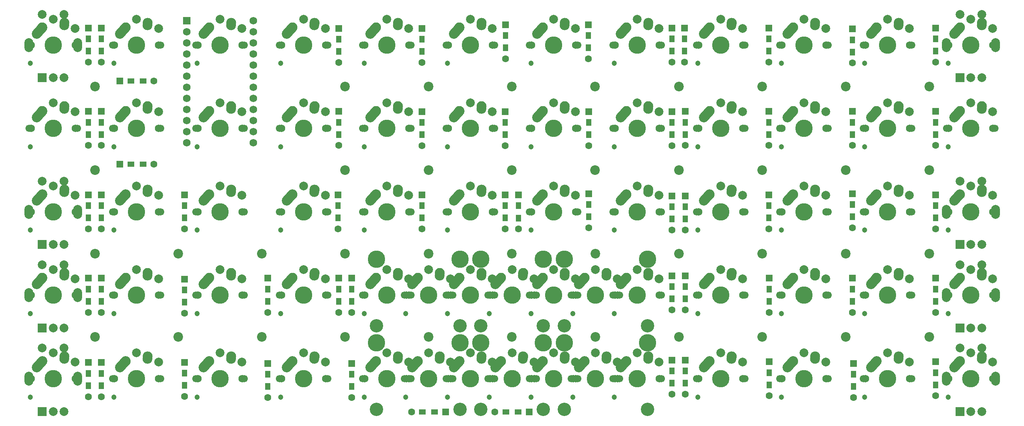
<source format=gbs>
G04 #@! TF.GenerationSoftware,KiCad,Pcbnew,7.0.2-0*
G04 #@! TF.CreationDate,2024-01-31T20:29:27+01:00*
G04 #@! TF.ProjectId,CYOA_Ortho,43594f41-5f4f-4727-9468-6f2e6b696361,rev?*
G04 #@! TF.SameCoordinates,Original*
G04 #@! TF.FileFunction,Soldermask,Bot*
G04 #@! TF.FilePolarity,Negative*
%FSLAX46Y46*%
G04 Gerber Fmt 4.6, Leading zero omitted, Abs format (unit mm)*
G04 Created by KiCad (PCBNEW 7.0.2-0) date 2024-01-31 20:29:27*
%MOMM*%
%LPD*%
G01*
G04 APERTURE LIST*
G04 Aperture macros list*
%AMHorizOval*
0 Thick line with rounded ends*
0 $1 width*
0 $2 $3 position (X,Y) of the first rounded end (center of the circle)*
0 $4 $5 position (X,Y) of the second rounded end (center of the circle)*
0 Add line between two ends*
20,1,$1,$2,$3,$4,$5,0*
0 Add two circle primitives to create the rounded ends*
1,1,$1,$2,$3*
1,1,$1,$4,$5*%
G04 Aperture macros list end*
%ADD10R,1.752600X1.752600*%
%ADD11C,1.752600*%
%ADD12R,1.200000X1.600000*%
%ADD13R,1.600000X1.600000*%
%ADD14C,1.600000*%
%ADD15C,1.700000*%
%ADD16C,1.200000*%
%ADD17C,1.750000*%
%ADD18C,3.987800*%
%ADD19HorizOval,2.250000X0.019771X0.290016X-0.019771X-0.290016X0*%
%ADD20C,2.250000*%
%ADD21C,2.000000*%
%ADD22HorizOval,2.250000X0.654995X0.730004X-0.654995X-0.730004X0*%
%ADD23O,2.000000X3.200000*%
%ADD24R,2.000000X2.000000*%
%ADD25C,2.200000*%
%ADD26R,1.600000X1.200000*%
%ADD27C,3.048000*%
G04 APERTURE END LIST*
D10*
X75942500Y-39830000D03*
D11*
X75942500Y-42370000D03*
X75942500Y-44910000D03*
X75942500Y-47450000D03*
X75942500Y-49990000D03*
X75942500Y-52530000D03*
X75942500Y-55070000D03*
X75942500Y-57610000D03*
X75942500Y-60150000D03*
X75942500Y-62690000D03*
X75942500Y-65230000D03*
X75942500Y-67770000D03*
X91182500Y-67770000D03*
X91182500Y-65230000D03*
X91182500Y-62690000D03*
X91182500Y-60150000D03*
X91182500Y-57610000D03*
X91182500Y-55070000D03*
X91182500Y-52530000D03*
X91182500Y-49990000D03*
X91182500Y-47450000D03*
X91182500Y-44910000D03*
X91182500Y-42370000D03*
X91182500Y-39830000D03*
D12*
X75438000Y-120520000D03*
D13*
X75438000Y-118020000D03*
D14*
X75438000Y-125820000D03*
D12*
X75438000Y-123320000D03*
D15*
X116262500Y-102662500D03*
D16*
X116542500Y-106862500D03*
D17*
X116682500Y-102662500D03*
D18*
X121762500Y-102662500D03*
D17*
X126842500Y-102662500D03*
D15*
X127262500Y-102662500D03*
D19*
X124282271Y-97872484D03*
D20*
X124302500Y-97582500D03*
D21*
X126762500Y-98862500D03*
D22*
X118607495Y-99392496D03*
D20*
X119262500Y-98662500D03*
D21*
X121762500Y-96762500D03*
D23*
X249862500Y-83562500D03*
X261062500Y-83562500D03*
D24*
X252962500Y-91062500D03*
D21*
X257962500Y-91062500D03*
X255462500Y-91062500D03*
X257962500Y-76562500D03*
X252962500Y-76562500D03*
D12*
X75438000Y-101470000D03*
D13*
X75438000Y-98970000D03*
D14*
X75438000Y-106770000D03*
D12*
X75438000Y-104270000D03*
D15*
X249962500Y-64462500D03*
D16*
X250242500Y-68662500D03*
D17*
X250382500Y-64462500D03*
D18*
X255462500Y-64462500D03*
D17*
X260542500Y-64462500D03*
D15*
X260962500Y-64462500D03*
D19*
X257982271Y-59672484D03*
D20*
X258002500Y-59382500D03*
D21*
X260462500Y-60662500D03*
D22*
X252307495Y-61192496D03*
D20*
X252962500Y-60462500D03*
D21*
X255462500Y-58562500D03*
D15*
X58962500Y-121762500D03*
D16*
X59242500Y-125962500D03*
D17*
X59382500Y-121762500D03*
D18*
X64462500Y-121762500D03*
D17*
X69542500Y-121762500D03*
D15*
X69962500Y-121762500D03*
D19*
X66982271Y-116972484D03*
D20*
X67002500Y-116682500D03*
D21*
X69462500Y-117962500D03*
D22*
X61307495Y-118492496D03*
D20*
X61962500Y-117762500D03*
D21*
X64462500Y-115862500D03*
D12*
X56400000Y-43962500D03*
D13*
X56400000Y-41462500D03*
D14*
X56400000Y-49262500D03*
D12*
X56400000Y-46762500D03*
D15*
X135362500Y-45362500D03*
D16*
X135642500Y-49562500D03*
D17*
X135782500Y-45362500D03*
D18*
X140862500Y-45362500D03*
D17*
X145942500Y-45362500D03*
D15*
X146362500Y-45362500D03*
D19*
X143382271Y-40572484D03*
D20*
X143402500Y-40282500D03*
D21*
X145862500Y-41562500D03*
D22*
X137707495Y-42092496D03*
D20*
X138362500Y-41362500D03*
D21*
X140862500Y-39462500D03*
D25*
X207712500Y-74012500D03*
D15*
X78062500Y-102662500D03*
D16*
X78342500Y-106862500D03*
D17*
X78482500Y-102662500D03*
D18*
X83562500Y-102662500D03*
D17*
X88642500Y-102662500D03*
D15*
X89062500Y-102662500D03*
D19*
X86082271Y-97872484D03*
D20*
X86102500Y-97582500D03*
D21*
X88562500Y-98862500D03*
D22*
X80407495Y-99392496D03*
D20*
X81062500Y-98662500D03*
D21*
X83562500Y-96762500D03*
D25*
X226800000Y-112212500D03*
X74025000Y-93112500D03*
D12*
X187000000Y-120012000D03*
D13*
X187000000Y-117512000D03*
D14*
X187000000Y-125312000D03*
D12*
X187000000Y-122812000D03*
D26*
X132700000Y-129400000D03*
D13*
X135200000Y-129400000D03*
D14*
X127400000Y-129400000D03*
D26*
X129900000Y-129400000D03*
D12*
X228300000Y-81912000D03*
D13*
X228300000Y-79412000D03*
D14*
X228300000Y-87212000D03*
D12*
X228300000Y-84712000D03*
D23*
X249862500Y-121762500D03*
X261062500Y-121762500D03*
D24*
X252962500Y-129262500D03*
D21*
X257962500Y-129262500D03*
X255462500Y-129262500D03*
X257962500Y-114762500D03*
X252962500Y-114762500D03*
D25*
X207712500Y-93112500D03*
D12*
X247400000Y-63062500D03*
D13*
X247400000Y-60562500D03*
D14*
X247400000Y-68362500D03*
D12*
X247400000Y-65862500D03*
D25*
X54912500Y-112212500D03*
D15*
X249962500Y-121762500D03*
D16*
X250242500Y-125962500D03*
D17*
X250382500Y-121762500D03*
D18*
X255462500Y-121762500D03*
D17*
X260542500Y-121762500D03*
D15*
X260962500Y-121762500D03*
D19*
X257982271Y-116972484D03*
D20*
X258002500Y-116682500D03*
D21*
X260462500Y-117962500D03*
D22*
X252307495Y-118492496D03*
D20*
X252962500Y-117762500D03*
D21*
X255462500Y-115862500D03*
D15*
X116262500Y-64462500D03*
D16*
X116542500Y-68662500D03*
D17*
X116682500Y-64462500D03*
D18*
X121762500Y-64462500D03*
D17*
X126842500Y-64462500D03*
D15*
X127262500Y-64462500D03*
D19*
X124282271Y-59672484D03*
D20*
X124302500Y-59382500D03*
D21*
X126762500Y-60662500D03*
D22*
X118607495Y-61192496D03*
D20*
X119262500Y-60462500D03*
D21*
X121762500Y-58562500D03*
D15*
X192662500Y-102662500D03*
D16*
X192942500Y-106862500D03*
D17*
X193082500Y-102662500D03*
D18*
X198162500Y-102662500D03*
D17*
X203242500Y-102662500D03*
D15*
X203662500Y-102662500D03*
D19*
X200682271Y-97872484D03*
D20*
X200702500Y-97582500D03*
D21*
X203162500Y-98862500D03*
D22*
X195007495Y-99392496D03*
D20*
X195662500Y-98662500D03*
D21*
X198162500Y-96762500D03*
D18*
X119374500Y-113507500D03*
D27*
X119374500Y-128747500D03*
D15*
X125812500Y-121762500D03*
D16*
X126092500Y-125962500D03*
D17*
X126232500Y-121762500D03*
D18*
X131312500Y-121762500D03*
D17*
X136392500Y-121762500D03*
D15*
X136812500Y-121762500D03*
D18*
X143250500Y-113507500D03*
D27*
X143250500Y-128747500D03*
D22*
X128157495Y-118492496D03*
D20*
X128812500Y-117762500D03*
D21*
X131312500Y-115862500D03*
D19*
X133832271Y-116972484D03*
D20*
X133852500Y-116682500D03*
D21*
X136312500Y-117962500D03*
D15*
X173562500Y-102662500D03*
D16*
X173842500Y-106862500D03*
D17*
X173982500Y-102662500D03*
D18*
X179062500Y-102662500D03*
D17*
X184142500Y-102662500D03*
D15*
X184562500Y-102662500D03*
D19*
X181582271Y-97872484D03*
D20*
X181602500Y-97582500D03*
D21*
X184062500Y-98862500D03*
D22*
X175907495Y-99392496D03*
D20*
X176562500Y-98662500D03*
D21*
X179062500Y-96762500D03*
D12*
X148844000Y-82166000D03*
D13*
X148844000Y-79666000D03*
D14*
X148844000Y-87466000D03*
D12*
X148844000Y-84966000D03*
X247400000Y-120362500D03*
D13*
X247400000Y-117862500D03*
D14*
X247400000Y-125662500D03*
D12*
X247400000Y-123162500D03*
X190100000Y-100708000D03*
D13*
X190100000Y-98208000D03*
D14*
X190100000Y-106008000D03*
D12*
X190100000Y-103508000D03*
X53400000Y-120568750D03*
D13*
X53400000Y-118068750D03*
D14*
X53400000Y-125868750D03*
D12*
X53400000Y-123368750D03*
D15*
X230862500Y-64462500D03*
D16*
X231142500Y-68662500D03*
D17*
X231282500Y-64462500D03*
D18*
X236362500Y-64462500D03*
D17*
X241442500Y-64462500D03*
D15*
X241862500Y-64462500D03*
D19*
X238882271Y-59672484D03*
D20*
X238902500Y-59382500D03*
D21*
X241362500Y-60662500D03*
D22*
X233207495Y-61192496D03*
D20*
X233862500Y-60462500D03*
D21*
X236362500Y-58562500D03*
D12*
X53400000Y-82162500D03*
D13*
X53400000Y-79662500D03*
D14*
X53400000Y-87462500D03*
D12*
X53400000Y-84962500D03*
X53400000Y-43962500D03*
D13*
X53400000Y-41462500D03*
D14*
X53400000Y-49262500D03*
D12*
X53400000Y-46762500D03*
X129794000Y-82166000D03*
D13*
X129794000Y-79666000D03*
D14*
X129794000Y-87466000D03*
D12*
X129794000Y-84966000D03*
D25*
X112200000Y-74012500D03*
X169512500Y-112212500D03*
X112200000Y-54912500D03*
D15*
X97162500Y-83562500D03*
D16*
X97442500Y-87762500D03*
D17*
X97582500Y-83562500D03*
D18*
X102662500Y-83562500D03*
D17*
X107742500Y-83562500D03*
D15*
X108162500Y-83562500D03*
D19*
X105182271Y-78772484D03*
D20*
X105202500Y-78482500D03*
D21*
X107662500Y-79762500D03*
D22*
X99507495Y-80292496D03*
D20*
X100162500Y-79562500D03*
D21*
X102662500Y-77662500D03*
D15*
X230862500Y-45362500D03*
D16*
X231142500Y-49562500D03*
D17*
X231282500Y-45362500D03*
D18*
X236362500Y-45362500D03*
D17*
X241442500Y-45362500D03*
D15*
X241862500Y-45362500D03*
D19*
X238882271Y-40572484D03*
D20*
X238902500Y-40282500D03*
D21*
X241362500Y-41562500D03*
D22*
X233207495Y-42092496D03*
D20*
X233862500Y-41362500D03*
D21*
X236362500Y-39462500D03*
D15*
X154462500Y-121762500D03*
D16*
X154742500Y-125962500D03*
D17*
X154882500Y-121762500D03*
D18*
X159962500Y-121762500D03*
D17*
X165042500Y-121762500D03*
D15*
X165462500Y-121762500D03*
D19*
X162482271Y-116972484D03*
D20*
X162502500Y-116682500D03*
D21*
X164962500Y-117962500D03*
D22*
X156807495Y-118492496D03*
D20*
X157462500Y-117762500D03*
D21*
X159962500Y-115862500D03*
D15*
X39862500Y-64462500D03*
D16*
X40142500Y-68662500D03*
D17*
X40282500Y-64462500D03*
D18*
X45362500Y-64462500D03*
D17*
X50442500Y-64462500D03*
D15*
X50862500Y-64462500D03*
D19*
X47882271Y-59672484D03*
D20*
X47902500Y-59382500D03*
D21*
X50362500Y-60662500D03*
D22*
X42207495Y-61192496D03*
D20*
X42862500Y-60462500D03*
D21*
X45362500Y-58562500D03*
D25*
X169418000Y-74012500D03*
D15*
X154462500Y-102662500D03*
D16*
X154742500Y-106862500D03*
D17*
X154882500Y-102662500D03*
D18*
X159962500Y-102662500D03*
D17*
X165042500Y-102662500D03*
D15*
X165462500Y-102662500D03*
D19*
X162482271Y-97872484D03*
D20*
X162502500Y-97582500D03*
D21*
X164962500Y-98862500D03*
D22*
X156807495Y-99392496D03*
D20*
X157462500Y-98662500D03*
D21*
X159962500Y-96762500D03*
D15*
X211762500Y-64462500D03*
D16*
X212042500Y-68662500D03*
D17*
X212182500Y-64462500D03*
D18*
X217262500Y-64462500D03*
D17*
X222342500Y-64462500D03*
D15*
X222762500Y-64462500D03*
D19*
X219782271Y-59672484D03*
D20*
X219802500Y-59382500D03*
D21*
X222262500Y-60662500D03*
D22*
X214107495Y-61192496D03*
D20*
X214762500Y-60462500D03*
D21*
X217262500Y-58562500D03*
D12*
X110700000Y-101262500D03*
D13*
X110700000Y-98762500D03*
D14*
X110700000Y-106562500D03*
D12*
X110700000Y-104062500D03*
D26*
X151800000Y-129400000D03*
D13*
X154300000Y-129400000D03*
D14*
X146500000Y-129400000D03*
D26*
X149000000Y-129400000D03*
D15*
X78062500Y-64462500D03*
D16*
X78342500Y-68662500D03*
D17*
X78482500Y-64462500D03*
D18*
X83562500Y-64462500D03*
D17*
X88642500Y-64462500D03*
D15*
X89062500Y-64462500D03*
D19*
X86082271Y-59672484D03*
D20*
X86102500Y-59382500D03*
D21*
X88562500Y-60662500D03*
D22*
X80407495Y-61192496D03*
D20*
X81062500Y-60462500D03*
D21*
X83562500Y-58562500D03*
D15*
X211762500Y-45362500D03*
D16*
X212042500Y-49562500D03*
D17*
X212182500Y-45362500D03*
D18*
X217262500Y-45362500D03*
D17*
X222342500Y-45362500D03*
D15*
X222762500Y-45362500D03*
D19*
X219782271Y-40572484D03*
D20*
X219802500Y-40282500D03*
D21*
X222262500Y-41562500D03*
D22*
X214107495Y-42092496D03*
D20*
X214762500Y-41362500D03*
D21*
X217262500Y-39462500D03*
D12*
X56400000Y-63062500D03*
D13*
X56400000Y-60562500D03*
D14*
X56400000Y-68362500D03*
D12*
X56400000Y-65862500D03*
D25*
X226800000Y-74012500D03*
D12*
X53400000Y-101262500D03*
D13*
X53400000Y-98762500D03*
D14*
X53400000Y-106562500D03*
D12*
X53400000Y-104062500D03*
D25*
X245912500Y-93112500D03*
D12*
X247400000Y-101262500D03*
D13*
X247400000Y-98762500D03*
D14*
X247400000Y-106562500D03*
D12*
X247400000Y-104062500D03*
D25*
X54912500Y-74012500D03*
D12*
X209200000Y-43962500D03*
D13*
X209200000Y-41462500D03*
D14*
X209200000Y-49262500D03*
D12*
X209200000Y-46762500D03*
D15*
X39862500Y-121762500D03*
D16*
X40142500Y-125962500D03*
D17*
X40282500Y-121762500D03*
D18*
X45362500Y-121762500D03*
D17*
X50442500Y-121762500D03*
D15*
X50862500Y-121762500D03*
D19*
X47882271Y-116972484D03*
D20*
X47902500Y-116682500D03*
D21*
X50362500Y-117962500D03*
D22*
X42207495Y-118492496D03*
D20*
X42862500Y-117762500D03*
D21*
X45362500Y-115862500D03*
D15*
X97162500Y-45362500D03*
D16*
X97442500Y-49562500D03*
D17*
X97582500Y-45362500D03*
D18*
X102662500Y-45362500D03*
D17*
X107742500Y-45362500D03*
D15*
X108162500Y-45362500D03*
D19*
X105182271Y-40572484D03*
D20*
X105202500Y-40282500D03*
D21*
X107662500Y-41562500D03*
D22*
X99507495Y-42092496D03*
D20*
X100162500Y-41362500D03*
D21*
X102662500Y-39462500D03*
D15*
X173562500Y-64462500D03*
D16*
X173842500Y-68662500D03*
D17*
X173982500Y-64462500D03*
D18*
X179062500Y-64462500D03*
D17*
X184142500Y-64462500D03*
D15*
X184562500Y-64462500D03*
D19*
X181582271Y-59672484D03*
D20*
X181602500Y-59382500D03*
D21*
X184062500Y-60662500D03*
D22*
X175907495Y-61192496D03*
D20*
X176562500Y-60462500D03*
D21*
X179062500Y-58562500D03*
D25*
X150400000Y-112212500D03*
D15*
X116262500Y-45362500D03*
D16*
X116542500Y-49562500D03*
D17*
X116682500Y-45362500D03*
D18*
X121762500Y-45362500D03*
D17*
X126842500Y-45362500D03*
D15*
X127262500Y-45362500D03*
D19*
X124282271Y-40572484D03*
D20*
X124302500Y-40282500D03*
D21*
X126762500Y-41562500D03*
D22*
X118607495Y-42092496D03*
D20*
X119262500Y-41362500D03*
D21*
X121762500Y-39462500D03*
D25*
X93112500Y-112212500D03*
D15*
X135362500Y-64462500D03*
D16*
X135642500Y-68662500D03*
D17*
X135782500Y-64462500D03*
D18*
X140862500Y-64462500D03*
D17*
X145942500Y-64462500D03*
D15*
X146362500Y-64462500D03*
D19*
X143382271Y-59672484D03*
D20*
X143402500Y-59382500D03*
D21*
X145862500Y-60662500D03*
D22*
X137707495Y-61192496D03*
D20*
X138362500Y-60462500D03*
D21*
X140862500Y-58562500D03*
D25*
X131312500Y-74012500D03*
D12*
X167900000Y-43200000D03*
D13*
X167900000Y-40700000D03*
D14*
X167900000Y-48500000D03*
D12*
X167900000Y-46000000D03*
D15*
X39862500Y-102662500D03*
D16*
X40142500Y-106862500D03*
D17*
X40282500Y-102662500D03*
D18*
X45362500Y-102662500D03*
D17*
X50442500Y-102662500D03*
D15*
X50862500Y-102662500D03*
D19*
X47882271Y-97872484D03*
D20*
X47902500Y-97582500D03*
D21*
X50362500Y-98862500D03*
D22*
X42207495Y-99392496D03*
D20*
X42862500Y-98662500D03*
D21*
X45362500Y-96762500D03*
D25*
X169512500Y-93112500D03*
D15*
X116262500Y-83562500D03*
D16*
X116542500Y-87762500D03*
D17*
X116682500Y-83562500D03*
D18*
X121762500Y-83562500D03*
D17*
X126842500Y-83562500D03*
D15*
X127262500Y-83562500D03*
D19*
X124282271Y-78772484D03*
D20*
X124302500Y-78482500D03*
D21*
X126762500Y-79762500D03*
D22*
X118607495Y-80292496D03*
D20*
X119262500Y-79562500D03*
D21*
X121762500Y-77662500D03*
D12*
X228300000Y-63062500D03*
D13*
X228300000Y-60562500D03*
D14*
X228300000Y-68362500D03*
D12*
X228300000Y-65862500D03*
D15*
X192662500Y-45362500D03*
D16*
X192942500Y-49562500D03*
D17*
X193082500Y-45362500D03*
D18*
X198162500Y-45362500D03*
D17*
X203242500Y-45362500D03*
D15*
X203662500Y-45362500D03*
D19*
X200682271Y-40572484D03*
D20*
X200702500Y-40282500D03*
D21*
X203162500Y-41562500D03*
D22*
X195007495Y-42092496D03*
D20*
X195662500Y-41362500D03*
D21*
X198162500Y-39462500D03*
D25*
X245912500Y-54912500D03*
D15*
X58962500Y-83562500D03*
D16*
X59242500Y-87762500D03*
D17*
X59382500Y-83562500D03*
D18*
X64462500Y-83562500D03*
D17*
X69542500Y-83562500D03*
D15*
X69962500Y-83562500D03*
D19*
X66982271Y-78772484D03*
D20*
X67002500Y-78482500D03*
D21*
X69462500Y-79762500D03*
D22*
X61307495Y-80292496D03*
D20*
X61962500Y-79562500D03*
D21*
X64462500Y-77662500D03*
D25*
X169418000Y-54912500D03*
X131312500Y-112212500D03*
D12*
X168000000Y-63116000D03*
D13*
X168000000Y-60616000D03*
D14*
X168000000Y-68416000D03*
D12*
X168000000Y-65916000D03*
X209318250Y-101262500D03*
D13*
X209318250Y-98762500D03*
D14*
X209318250Y-106562500D03*
D12*
X209318250Y-104062500D03*
D25*
X150400000Y-74012500D03*
D12*
X190100000Y-120012000D03*
D13*
X190100000Y-117512000D03*
D14*
X190100000Y-125312000D03*
D12*
X190100000Y-122812000D03*
D25*
X112200000Y-93112500D03*
D26*
X63116000Y-53594000D03*
D13*
X60616000Y-53594000D03*
D14*
X68416000Y-53594000D03*
D26*
X65916000Y-53594000D03*
D25*
X207712500Y-54912500D03*
D12*
X110600000Y-82162500D03*
D13*
X110600000Y-79662500D03*
D14*
X110600000Y-87462500D03*
D12*
X110600000Y-84962500D03*
D25*
X245912500Y-112212500D03*
D12*
X56400000Y-82162500D03*
D13*
X56400000Y-79662500D03*
D14*
X56400000Y-87462500D03*
D12*
X56400000Y-84962500D03*
D18*
X157574500Y-113507500D03*
D27*
X157574500Y-128747500D03*
D15*
X164012500Y-121762500D03*
D16*
X164292500Y-125962500D03*
D17*
X164432500Y-121762500D03*
D18*
X169512500Y-121762500D03*
D17*
X174592500Y-121762500D03*
D15*
X175012500Y-121762500D03*
D18*
X181450500Y-113507500D03*
D27*
X181450500Y-128747500D03*
D22*
X166357495Y-118492496D03*
D20*
X167012500Y-117762500D03*
D21*
X169512500Y-115862500D03*
D19*
X172032271Y-116972484D03*
D20*
X172052500Y-116682500D03*
D21*
X174512500Y-117962500D03*
D15*
X58962500Y-45362500D03*
D16*
X59242500Y-49562500D03*
D17*
X59382500Y-45362500D03*
D18*
X64462500Y-45362500D03*
D17*
X69542500Y-45362500D03*
D15*
X69962500Y-45362500D03*
D19*
X66982271Y-40572484D03*
D20*
X67002500Y-40282500D03*
D21*
X69462500Y-41562500D03*
D22*
X61307495Y-42092496D03*
D20*
X61962500Y-41362500D03*
D21*
X64462500Y-39462500D03*
D15*
X97162500Y-64462500D03*
D16*
X97442500Y-68662500D03*
D17*
X97582500Y-64462500D03*
D18*
X102662500Y-64462500D03*
D17*
X107742500Y-64462500D03*
D15*
X108162500Y-64462500D03*
D19*
X105182271Y-59672484D03*
D20*
X105202500Y-59382500D03*
D21*
X107662500Y-60662500D03*
D22*
X99507495Y-61192496D03*
D20*
X100162500Y-60462500D03*
D21*
X102662500Y-58562500D03*
D18*
X138474500Y-94407500D03*
D27*
X138474500Y-109647500D03*
D15*
X144912500Y-102662500D03*
D16*
X145192500Y-106862500D03*
D17*
X145332500Y-102662500D03*
D18*
X150412500Y-102662500D03*
D17*
X155492500Y-102662500D03*
D15*
X155912500Y-102662500D03*
D18*
X162350500Y-94407500D03*
D27*
X162350500Y-109647500D03*
D22*
X147257495Y-99392496D03*
D20*
X147912500Y-98662500D03*
D21*
X150412500Y-96762500D03*
D19*
X152932271Y-97872484D03*
D20*
X152952500Y-97582500D03*
D21*
X155412500Y-98862500D03*
D18*
X157574500Y-94407500D03*
D27*
X157574500Y-109647500D03*
D15*
X164012500Y-102662500D03*
D16*
X164292500Y-106862500D03*
D17*
X164432500Y-102662500D03*
D18*
X169512500Y-102662500D03*
D17*
X174592500Y-102662500D03*
D15*
X175012500Y-102662500D03*
D18*
X181450500Y-94407500D03*
D27*
X181450500Y-109647500D03*
D22*
X166357495Y-99392496D03*
D20*
X167012500Y-98662500D03*
D21*
X169512500Y-96762500D03*
D19*
X172032271Y-97872484D03*
D20*
X172052500Y-97582500D03*
D21*
X174512500Y-98862500D03*
D12*
X187000000Y-82420000D03*
D13*
X187000000Y-79920000D03*
D14*
X187000000Y-87720000D03*
D12*
X187000000Y-85220000D03*
D15*
X211762500Y-102662500D03*
D16*
X212042500Y-106862500D03*
D17*
X212182500Y-102662500D03*
D18*
X217262500Y-102662500D03*
D17*
X222342500Y-102662500D03*
D15*
X222762500Y-102662500D03*
D19*
X219782271Y-97872484D03*
D20*
X219802500Y-97582500D03*
D21*
X222262500Y-98862500D03*
D22*
X214107495Y-99392496D03*
D20*
X214762500Y-98662500D03*
D21*
X217262500Y-96762500D03*
D25*
X245912500Y-74012500D03*
X226800000Y-54912500D03*
D15*
X78062500Y-83562500D03*
D16*
X78342500Y-87762500D03*
D17*
X78482500Y-83562500D03*
D18*
X83562500Y-83562500D03*
D17*
X88642500Y-83562500D03*
D15*
X89062500Y-83562500D03*
D19*
X86082271Y-78772484D03*
D20*
X86102500Y-78482500D03*
D21*
X88562500Y-79762500D03*
D22*
X80407495Y-80292496D03*
D20*
X81062500Y-79562500D03*
D21*
X83562500Y-77662500D03*
D15*
X97162500Y-102662500D03*
D16*
X97442500Y-106862500D03*
D17*
X97582500Y-102662500D03*
D18*
X102662500Y-102662500D03*
D17*
X107742500Y-102662500D03*
D15*
X108162500Y-102662500D03*
D19*
X105182271Y-97872484D03*
D20*
X105202500Y-97582500D03*
D21*
X107662500Y-98862500D03*
D22*
X99507495Y-99392496D03*
D20*
X100162500Y-98662500D03*
D21*
X102662500Y-96762500D03*
D15*
X135362500Y-102662500D03*
D16*
X135642500Y-106862500D03*
D17*
X135782500Y-102662500D03*
D18*
X140862500Y-102662500D03*
D17*
X145942500Y-102662500D03*
D15*
X146362500Y-102662500D03*
D19*
X143382271Y-97872484D03*
D20*
X143402500Y-97582500D03*
D21*
X145862500Y-98862500D03*
D22*
X137707495Y-99392496D03*
D20*
X138362500Y-98662500D03*
D21*
X140862500Y-96762500D03*
D15*
X39862500Y-83562500D03*
D16*
X40142500Y-87762500D03*
D17*
X40282500Y-83562500D03*
D18*
X45362500Y-83562500D03*
D17*
X50442500Y-83562500D03*
D15*
X50862500Y-83562500D03*
D19*
X47882271Y-78772484D03*
D20*
X47902500Y-78482500D03*
D21*
X50362500Y-79762500D03*
D22*
X42207495Y-80292496D03*
D20*
X42862500Y-79562500D03*
D21*
X45362500Y-77662500D03*
D12*
X168000000Y-81912000D03*
D13*
X168000000Y-79412000D03*
D14*
X168000000Y-87212000D03*
D12*
X168000000Y-84712000D03*
D15*
X173562500Y-121762500D03*
D16*
X173842500Y-125962500D03*
D17*
X173982500Y-121762500D03*
D18*
X179062500Y-121762500D03*
D17*
X184142500Y-121762500D03*
D15*
X184562500Y-121762500D03*
D19*
X181582271Y-116972484D03*
D20*
X181602500Y-116682500D03*
D21*
X184062500Y-117962500D03*
D22*
X175907495Y-118492496D03*
D20*
X176562500Y-117762500D03*
D21*
X179062500Y-115862500D03*
D15*
X154462500Y-45362500D03*
D16*
X154742500Y-49562500D03*
D17*
X154882500Y-45362500D03*
D18*
X159962500Y-45362500D03*
D17*
X165042500Y-45362500D03*
D15*
X165462500Y-45362500D03*
D19*
X162482271Y-40572484D03*
D20*
X162502500Y-40282500D03*
D21*
X164962500Y-41562500D03*
D22*
X156807495Y-42092496D03*
D20*
X157462500Y-41362500D03*
D21*
X159962500Y-39462500D03*
D15*
X211762500Y-121762500D03*
D16*
X212042500Y-125962500D03*
D17*
X212182500Y-121762500D03*
D18*
X217262500Y-121762500D03*
D17*
X222342500Y-121762500D03*
D15*
X222762500Y-121762500D03*
D19*
X219782271Y-116972484D03*
D20*
X219802500Y-116682500D03*
D21*
X222262500Y-117962500D03*
D22*
X214107495Y-118492496D03*
D20*
X214762500Y-117762500D03*
D21*
X217262500Y-115862500D03*
D25*
X188600000Y-112212500D03*
D15*
X192662500Y-121762500D03*
D16*
X192942500Y-125962500D03*
D17*
X193082500Y-121762500D03*
D18*
X198162500Y-121762500D03*
D17*
X203242500Y-121762500D03*
D15*
X203662500Y-121762500D03*
D19*
X200682271Y-116972484D03*
D20*
X200702500Y-116682500D03*
D21*
X203162500Y-117962500D03*
D22*
X195007495Y-118492496D03*
D20*
X195662500Y-117762500D03*
D21*
X198162500Y-115862500D03*
D15*
X58962500Y-102662500D03*
D16*
X59242500Y-106862500D03*
D17*
X59382500Y-102662500D03*
D18*
X64462500Y-102662500D03*
D17*
X69542500Y-102662500D03*
D15*
X69962500Y-102662500D03*
D19*
X66982271Y-97872484D03*
D20*
X67002500Y-97582500D03*
D21*
X69462500Y-98862500D03*
D22*
X61307495Y-99392496D03*
D20*
X61962500Y-98662500D03*
D21*
X64462500Y-96762500D03*
D15*
X230862500Y-121762500D03*
D16*
X231142500Y-125962500D03*
D17*
X231282500Y-121762500D03*
D18*
X236362500Y-121762500D03*
D17*
X241442500Y-121762500D03*
D15*
X241862500Y-121762500D03*
D19*
X238882271Y-116972484D03*
D20*
X238902500Y-116682500D03*
D21*
X241362500Y-117962500D03*
D22*
X233207495Y-118492496D03*
D20*
X233862500Y-117762500D03*
D21*
X236362500Y-115862500D03*
D12*
X209318250Y-120362500D03*
D13*
X209318250Y-117862500D03*
D14*
X209318250Y-125662500D03*
D12*
X209318250Y-123162500D03*
X187000000Y-63116000D03*
D13*
X187000000Y-60616000D03*
D14*
X187000000Y-68416000D03*
D12*
X187000000Y-65916000D03*
D15*
X39862500Y-45362500D03*
D16*
X40142500Y-49562500D03*
D17*
X40282500Y-45362500D03*
D18*
X45362500Y-45362500D03*
D17*
X50442500Y-45362500D03*
D15*
X50862500Y-45362500D03*
D19*
X47882271Y-40572484D03*
D20*
X47902500Y-40282500D03*
D21*
X50362500Y-41562500D03*
D22*
X42207495Y-42092496D03*
D20*
X42862500Y-41362500D03*
D21*
X45362500Y-39462500D03*
D25*
X93112500Y-93112500D03*
D15*
X249962500Y-102662500D03*
D16*
X250242500Y-106862500D03*
D17*
X250382500Y-102662500D03*
D18*
X255462500Y-102662500D03*
D17*
X260542500Y-102662500D03*
D15*
X260962500Y-102662500D03*
D19*
X257982271Y-97872484D03*
D20*
X258002500Y-97582500D03*
D21*
X260462500Y-98862500D03*
D22*
X252307495Y-99392496D03*
D20*
X252962500Y-98662500D03*
D21*
X255462500Y-96762500D03*
D12*
X56400000Y-101262500D03*
D13*
X56400000Y-98762500D03*
D14*
X56400000Y-106562500D03*
D12*
X56400000Y-104062500D03*
D23*
X249862500Y-102662500D03*
X261062500Y-102662500D03*
D24*
X252962500Y-110162500D03*
D21*
X257962500Y-110162500D03*
X255462500Y-110162500D03*
X257962500Y-95662500D03*
X252962500Y-95662500D03*
D12*
X113700000Y-101262500D03*
D13*
X113700000Y-98762500D03*
D14*
X113700000Y-106562500D03*
D12*
X113700000Y-104062500D03*
D25*
X207712500Y-112212500D03*
X188600000Y-74012500D03*
D15*
X249962500Y-45362500D03*
D16*
X250242500Y-49562500D03*
D17*
X250382500Y-45362500D03*
D18*
X255462500Y-45362500D03*
D17*
X260542500Y-45362500D03*
D15*
X260962500Y-45362500D03*
D19*
X257982271Y-40572484D03*
D20*
X258002500Y-40282500D03*
D21*
X260462500Y-41562500D03*
D22*
X252307495Y-42092496D03*
D20*
X252962500Y-41362500D03*
D21*
X255462500Y-39462500D03*
D15*
X192662500Y-83562500D03*
D16*
X192942500Y-87762500D03*
D17*
X193082500Y-83562500D03*
D18*
X198162500Y-83562500D03*
D17*
X203242500Y-83562500D03*
D15*
X203662500Y-83562500D03*
D19*
X200682271Y-78772484D03*
D20*
X200702500Y-78482500D03*
D21*
X203162500Y-79762500D03*
D22*
X195007495Y-80292496D03*
D20*
X195662500Y-79562500D03*
D21*
X198162500Y-77662500D03*
D18*
X138474500Y-113507500D03*
D27*
X138474500Y-128747500D03*
D15*
X144912500Y-121762500D03*
D16*
X145192500Y-125962500D03*
D17*
X145332500Y-121762500D03*
D18*
X150412500Y-121762500D03*
D17*
X155492500Y-121762500D03*
D15*
X155912500Y-121762500D03*
D18*
X162350500Y-113507500D03*
D27*
X162350500Y-128747500D03*
D22*
X147257495Y-118492496D03*
D20*
X147912500Y-117762500D03*
D21*
X150412500Y-115862500D03*
D19*
X152932271Y-116972484D03*
D20*
X152952500Y-116682500D03*
D21*
X155412500Y-117962500D03*
D12*
X228554000Y-120774000D03*
D13*
X228554000Y-118274000D03*
D14*
X228554000Y-126074000D03*
D12*
X228554000Y-123574000D03*
D23*
X249862500Y-45362500D03*
X261062500Y-45362500D03*
D24*
X252962500Y-52862500D03*
D21*
X257962500Y-52862500D03*
X255462500Y-52862500D03*
X257962500Y-38362500D03*
X252962500Y-38362500D03*
D12*
X190100000Y-63062500D03*
D13*
X190100000Y-60562500D03*
D14*
X190100000Y-68362500D03*
D12*
X190100000Y-65862500D03*
X110744000Y-63062500D03*
D13*
X110744000Y-60562500D03*
D14*
X110744000Y-68362500D03*
D12*
X110744000Y-65862500D03*
D25*
X74025000Y-112212500D03*
D15*
X116262500Y-121762500D03*
D16*
X116542500Y-125962500D03*
D17*
X116682500Y-121762500D03*
D18*
X121762500Y-121762500D03*
D17*
X126842500Y-121762500D03*
D15*
X127262500Y-121762500D03*
D19*
X124282271Y-116972484D03*
D20*
X124302500Y-116682500D03*
D21*
X126762500Y-117962500D03*
D22*
X118607495Y-118492496D03*
D20*
X119262500Y-117762500D03*
D21*
X121762500Y-115862500D03*
D12*
X94488000Y-120774000D03*
D13*
X94488000Y-118274000D03*
D14*
X94488000Y-126074000D03*
D12*
X94488000Y-123574000D03*
X247400000Y-82162500D03*
D13*
X247400000Y-79662500D03*
D14*
X247400000Y-87462500D03*
D12*
X247400000Y-84962500D03*
D23*
X39762500Y-121762500D03*
X50962500Y-121762500D03*
D24*
X42862500Y-129262500D03*
D21*
X47862500Y-129262500D03*
X45362500Y-129262500D03*
X47862500Y-114762500D03*
X42862500Y-114762500D03*
D12*
X247400000Y-43962500D03*
D13*
X247400000Y-41462500D03*
D14*
X247400000Y-49262500D03*
D12*
X247400000Y-46762500D03*
X53400000Y-63062500D03*
D13*
X53400000Y-60562500D03*
D14*
X53400000Y-68362500D03*
D12*
X53400000Y-65862500D03*
X129794000Y-44066000D03*
D13*
X129794000Y-41566000D03*
D14*
X129794000Y-49366000D03*
D12*
X129794000Y-46866000D03*
D25*
X150400000Y-93112500D03*
D12*
X209200000Y-82162500D03*
D13*
X209200000Y-79662500D03*
D14*
X209200000Y-87462500D03*
D12*
X209200000Y-84962500D03*
X189914250Y-43962500D03*
D13*
X189914250Y-41462500D03*
D14*
X189914250Y-49262500D03*
D12*
X189914250Y-46762500D03*
D15*
X249962500Y-83562500D03*
D16*
X250242500Y-87762500D03*
D17*
X250382500Y-83562500D03*
D18*
X255462500Y-83562500D03*
D17*
X260542500Y-83562500D03*
D15*
X260962500Y-83562500D03*
D19*
X257982271Y-78772484D03*
D20*
X258002500Y-78482500D03*
D21*
X260462500Y-79762500D03*
D22*
X252307495Y-80292496D03*
D20*
X252962500Y-79562500D03*
D21*
X255462500Y-77662500D03*
D15*
X154462500Y-64462500D03*
D16*
X154742500Y-68662500D03*
D17*
X154882500Y-64462500D03*
D18*
X159962500Y-64462500D03*
D17*
X165042500Y-64462500D03*
D15*
X165462500Y-64462500D03*
D19*
X162482271Y-59672484D03*
D20*
X162502500Y-59382500D03*
D21*
X164962500Y-60662500D03*
D22*
X156807495Y-61192496D03*
D20*
X157462500Y-60462500D03*
D21*
X159962500Y-58562500D03*
D12*
X190100000Y-82420000D03*
D13*
X190100000Y-79920000D03*
D14*
X190100000Y-87720000D03*
D12*
X190100000Y-85220000D03*
D15*
X173562500Y-83562500D03*
D16*
X173842500Y-87762500D03*
D17*
X173982500Y-83562500D03*
D18*
X179062500Y-83562500D03*
D17*
X184142500Y-83562500D03*
D15*
X184562500Y-83562500D03*
D19*
X181582271Y-78772484D03*
D20*
X181602500Y-78482500D03*
D21*
X184062500Y-79762500D03*
D22*
X175907495Y-80292496D03*
D20*
X176562500Y-79562500D03*
D21*
X179062500Y-77662500D03*
D15*
X78062500Y-45362500D03*
D16*
X78342500Y-49562500D03*
D17*
X78482500Y-45362500D03*
D18*
X83562500Y-45362500D03*
D17*
X88642500Y-45362500D03*
D15*
X89062500Y-45362500D03*
D19*
X86082271Y-40572484D03*
D20*
X86102500Y-40282500D03*
D21*
X88562500Y-41562500D03*
D22*
X80407495Y-42092496D03*
D20*
X81062500Y-41362500D03*
D21*
X83562500Y-39462500D03*
D15*
X97162500Y-121762500D03*
D16*
X97442500Y-125962500D03*
D17*
X97582500Y-121762500D03*
D18*
X102662500Y-121762500D03*
D17*
X107742500Y-121762500D03*
D15*
X108162500Y-121762500D03*
D19*
X105182271Y-116972484D03*
D20*
X105202500Y-116682500D03*
D21*
X107662500Y-117962500D03*
D22*
X99507495Y-118492496D03*
D20*
X100162500Y-117762500D03*
D21*
X102662500Y-115862500D03*
D18*
X119374500Y-94407500D03*
D27*
X119374500Y-109647500D03*
D15*
X125812500Y-102662500D03*
D16*
X126092500Y-106862500D03*
D17*
X126232500Y-102662500D03*
D18*
X131312500Y-102662500D03*
D17*
X136392500Y-102662500D03*
D15*
X136812500Y-102662500D03*
D18*
X143250500Y-94407500D03*
D27*
X143250500Y-109647500D03*
D22*
X128157495Y-99392496D03*
D20*
X128812500Y-98662500D03*
D21*
X131312500Y-96762500D03*
D19*
X133832271Y-97872484D03*
D20*
X133852500Y-97582500D03*
D21*
X136312500Y-98862500D03*
D25*
X131312500Y-93112500D03*
D15*
X135362500Y-121762500D03*
D16*
X135642500Y-125962500D03*
D17*
X135782500Y-121762500D03*
D18*
X140862500Y-121762500D03*
D17*
X145942500Y-121762500D03*
D15*
X146362500Y-121762500D03*
D19*
X143382271Y-116972484D03*
D20*
X143402500Y-116682500D03*
D21*
X145862500Y-117962500D03*
D22*
X137707495Y-118492496D03*
D20*
X138362500Y-117762500D03*
D21*
X140862500Y-115862500D03*
D15*
X230862500Y-83562500D03*
D16*
X231142500Y-87762500D03*
D17*
X231282500Y-83562500D03*
D18*
X236362500Y-83562500D03*
D17*
X241442500Y-83562500D03*
D15*
X241862500Y-83562500D03*
D19*
X238882271Y-78772484D03*
D20*
X238902500Y-78482500D03*
D21*
X241362500Y-79762500D03*
D22*
X233207495Y-80292496D03*
D20*
X233862500Y-79562500D03*
D21*
X236362500Y-77662500D03*
D23*
X39762500Y-83562500D03*
X50962500Y-83562500D03*
D24*
X42862500Y-91062500D03*
D21*
X47862500Y-91062500D03*
X45362500Y-91062500D03*
X47862500Y-76562500D03*
X42862500Y-76562500D03*
D12*
X148900000Y-43200000D03*
D13*
X148900000Y-40700000D03*
D14*
X148900000Y-48500000D03*
D12*
X148900000Y-46000000D03*
D15*
X230862500Y-102662500D03*
D16*
X231142500Y-106862500D03*
D17*
X231282500Y-102662500D03*
D18*
X236362500Y-102662500D03*
D17*
X241442500Y-102662500D03*
D15*
X241862500Y-102662500D03*
D19*
X238882271Y-97872484D03*
D20*
X238902500Y-97582500D03*
D21*
X241362500Y-98862500D03*
D22*
X233207495Y-99392496D03*
D20*
X233862500Y-98662500D03*
D21*
X236362500Y-96762500D03*
D12*
X113700000Y-120774000D03*
D13*
X113700000Y-118274000D03*
D14*
X113700000Y-126074000D03*
D12*
X113700000Y-123574000D03*
D25*
X131312500Y-54912500D03*
D15*
X58962500Y-64462500D03*
D16*
X59242500Y-68662500D03*
D17*
X59382500Y-64462500D03*
D18*
X64462500Y-64462500D03*
D17*
X69542500Y-64462500D03*
D15*
X69962500Y-64462500D03*
D19*
X66982271Y-59672484D03*
D20*
X67002500Y-59382500D03*
D21*
X69462500Y-60662500D03*
D22*
X61307495Y-61192496D03*
D20*
X61962500Y-60462500D03*
D21*
X64462500Y-58562500D03*
D23*
X39762500Y-45362500D03*
X50962500Y-45362500D03*
D24*
X42862500Y-52862500D03*
D21*
X47862500Y-52862500D03*
X45362500Y-52862500D03*
X47862500Y-38362500D03*
X42862500Y-38362500D03*
D25*
X54912500Y-54912500D03*
D12*
X110744000Y-44066000D03*
D13*
X110744000Y-41566000D03*
D14*
X110744000Y-49366000D03*
D12*
X110744000Y-46866000D03*
D15*
X154462500Y-83562500D03*
D16*
X154742500Y-87762500D03*
D17*
X154882500Y-83562500D03*
D18*
X159962500Y-83562500D03*
D17*
X165042500Y-83562500D03*
D15*
X165462500Y-83562500D03*
D19*
X162482271Y-78772484D03*
D20*
X162502500Y-78482500D03*
D21*
X164962500Y-79762500D03*
D22*
X156807495Y-80292496D03*
D20*
X157462500Y-79562500D03*
D21*
X159962500Y-77662500D03*
D25*
X150400000Y-54912500D03*
D12*
X75438000Y-82162500D03*
D13*
X75438000Y-79662500D03*
D14*
X75438000Y-87462500D03*
D12*
X75438000Y-84962500D03*
D25*
X54912500Y-93112500D03*
D12*
X94488000Y-101262500D03*
D13*
X94488000Y-98762500D03*
D14*
X94488000Y-106562500D03*
D12*
X94488000Y-104062500D03*
D26*
X63116000Y-72644000D03*
D13*
X60616000Y-72644000D03*
D14*
X68416000Y-72644000D03*
D26*
X65916000Y-72644000D03*
D15*
X173562500Y-45362500D03*
D16*
X173842500Y-49562500D03*
D17*
X173982500Y-45362500D03*
D18*
X179062500Y-45362500D03*
D17*
X184142500Y-45362500D03*
D15*
X184562500Y-45362500D03*
D19*
X181582271Y-40572484D03*
D20*
X181602500Y-40282500D03*
D21*
X184062500Y-41562500D03*
D22*
X175907495Y-42092496D03*
D20*
X176562500Y-41362500D03*
D21*
X179062500Y-39462500D03*
D15*
X192662500Y-64462500D03*
D16*
X192942500Y-68662500D03*
D17*
X193082500Y-64462500D03*
D18*
X198162500Y-64462500D03*
D17*
X203242500Y-64462500D03*
D15*
X203662500Y-64462500D03*
D19*
X200682271Y-59672484D03*
D20*
X200702500Y-59382500D03*
D21*
X203162500Y-60662500D03*
D22*
X195007495Y-61192496D03*
D20*
X195662500Y-60462500D03*
D21*
X198162500Y-58562500D03*
D12*
X228300000Y-101262500D03*
D13*
X228300000Y-98762500D03*
D14*
X228300000Y-106562500D03*
D12*
X228300000Y-104062500D03*
D15*
X211762500Y-83562500D03*
D16*
X212042500Y-87762500D03*
D17*
X212182500Y-83562500D03*
D18*
X217262500Y-83562500D03*
D17*
X222342500Y-83562500D03*
D15*
X222762500Y-83562500D03*
D19*
X219782271Y-78772484D03*
D20*
X219802500Y-78482500D03*
D21*
X222262500Y-79762500D03*
D22*
X214107495Y-80292496D03*
D20*
X214762500Y-79562500D03*
D21*
X217262500Y-77662500D03*
D12*
X187000000Y-43962500D03*
D13*
X187000000Y-41462500D03*
D14*
X187000000Y-49262500D03*
D12*
X187000000Y-46762500D03*
D23*
X39762500Y-102662500D03*
X50962500Y-102662500D03*
D24*
X42862500Y-110162500D03*
D21*
X47862500Y-110162500D03*
X45362500Y-110162500D03*
X47862500Y-95662500D03*
X42862500Y-95662500D03*
D15*
X78062500Y-121762500D03*
D16*
X78342500Y-125962500D03*
D17*
X78482500Y-121762500D03*
D18*
X83562500Y-121762500D03*
D17*
X88642500Y-121762500D03*
D15*
X89062500Y-121762500D03*
D19*
X86082271Y-116972484D03*
D20*
X86102500Y-116682500D03*
D21*
X88562500Y-117962500D03*
D22*
X80407495Y-118492496D03*
D20*
X81062500Y-117762500D03*
D21*
X83562500Y-115862500D03*
D12*
X228300000Y-44168750D03*
D13*
X228300000Y-41668750D03*
D14*
X228300000Y-49468750D03*
D12*
X228300000Y-46968750D03*
X148844000Y-63116000D03*
D13*
X148844000Y-60616000D03*
D14*
X148844000Y-68416000D03*
D12*
X148844000Y-65916000D03*
D25*
X112200000Y-112212500D03*
D15*
X135362500Y-83562500D03*
D16*
X135642500Y-87762500D03*
D17*
X135782500Y-83562500D03*
D18*
X140862500Y-83562500D03*
D17*
X145942500Y-83562500D03*
D15*
X146362500Y-83562500D03*
D19*
X143382271Y-78772484D03*
D20*
X143402500Y-78482500D03*
D21*
X145862500Y-79762500D03*
D22*
X137707495Y-80292496D03*
D20*
X138362500Y-79562500D03*
D21*
X140862500Y-77662500D03*
D25*
X188600000Y-54912500D03*
D12*
X187000000Y-100708000D03*
D13*
X187000000Y-98208000D03*
D14*
X187000000Y-106008000D03*
D12*
X187000000Y-103508000D03*
X129794000Y-63116000D03*
D13*
X129794000Y-60616000D03*
D14*
X129794000Y-68416000D03*
D12*
X129794000Y-65916000D03*
D25*
X226800000Y-93112500D03*
D12*
X151900000Y-82175000D03*
D13*
X151900000Y-79675000D03*
D14*
X151900000Y-87475000D03*
D12*
X151900000Y-84975000D03*
X209200000Y-63062500D03*
D13*
X209200000Y-60562500D03*
D14*
X209200000Y-68362500D03*
D12*
X209200000Y-65862500D03*
D25*
X188600000Y-93112500D03*
D12*
X56400000Y-120568750D03*
D13*
X56400000Y-118068750D03*
D14*
X56400000Y-125868750D03*
D12*
X56400000Y-123368750D03*
M02*

</source>
